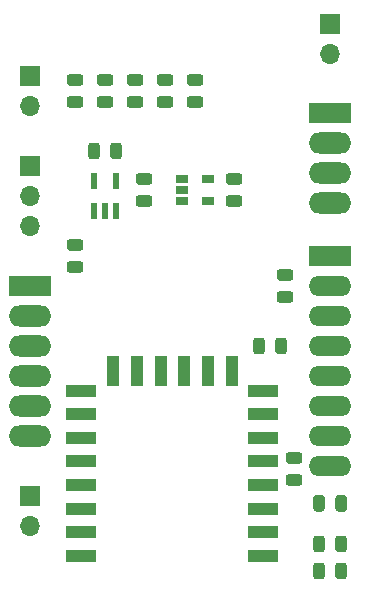
<source format=gbr>
%TF.GenerationSoftware,KiCad,Pcbnew,5.1.7-a382d34a8~88~ubuntu20.04.1*%
%TF.CreationDate,2021-02-19T15:22:11-08:00*%
%TF.ProjectId,esp8266-wiz550io,65737038-3236-4362-9d77-697a35353069,Feb2021*%
%TF.SameCoordinates,Original*%
%TF.FileFunction,Soldermask,Top*%
%TF.FilePolarity,Negative*%
%FSLAX46Y46*%
G04 Gerber Fmt 4.6, Leading zero omitted, Abs format (unit mm)*
G04 Created by KiCad (PCBNEW 5.1.7-a382d34a8~88~ubuntu20.04.1) date 2021-02-19 15:22:11*
%MOMM*%
%LPD*%
G01*
G04 APERTURE LIST*
%ADD10O,1.700000X1.700000*%
%ADD11R,1.700000X1.700000*%
%ADD12R,1.060000X0.650000*%
%ADD13R,0.558800X1.320800*%
%ADD14R,1.100000X2.500000*%
%ADD15R,2.500000X1.100000*%
%ADD16O,3.600000X1.800000*%
%ADD17R,3.600000X1.800000*%
%ADD18O,3.600000X1.700000*%
%ADD19R,3.600000X1.700000*%
G04 APERTURE END LIST*
D10*
%TO.C,J7*%
X76200000Y-31175000D03*
D11*
X76200000Y-28635000D03*
%TD*%
%TO.C,C7*%
G36*
G01*
X57600000Y-39826250D02*
X57600000Y-38913750D01*
G75*
G02*
X57843750Y-38670000I243750J0D01*
G01*
X58331250Y-38670000D01*
G75*
G02*
X58575000Y-38913750I0J-243750D01*
G01*
X58575000Y-39826250D01*
G75*
G02*
X58331250Y-40070000I-243750J0D01*
G01*
X57843750Y-40070000D01*
G75*
G02*
X57600000Y-39826250I0J243750D01*
G01*
G37*
G36*
G01*
X55725000Y-39826250D02*
X55725000Y-38913750D01*
G75*
G02*
X55968750Y-38670000I243750J0D01*
G01*
X56456250Y-38670000D01*
G75*
G02*
X56700000Y-38913750I0J-243750D01*
G01*
X56700000Y-39826250D01*
G75*
G02*
X56456250Y-40070000I-243750J0D01*
G01*
X55968750Y-40070000D01*
G75*
G02*
X55725000Y-39826250I0J243750D01*
G01*
G37*
%TD*%
%TO.C,C4*%
G36*
G01*
X67615750Y-43122000D02*
X68528250Y-43122000D01*
G75*
G02*
X68772000Y-43365750I0J-243750D01*
G01*
X68772000Y-43853250D01*
G75*
G02*
X68528250Y-44097000I-243750J0D01*
G01*
X67615750Y-44097000D01*
G75*
G02*
X67372000Y-43853250I0J243750D01*
G01*
X67372000Y-43365750D01*
G75*
G02*
X67615750Y-43122000I243750J0D01*
G01*
G37*
G36*
G01*
X67615750Y-41247000D02*
X68528250Y-41247000D01*
G75*
G02*
X68772000Y-41490750I0J-243750D01*
G01*
X68772000Y-41978250D01*
G75*
G02*
X68528250Y-42222000I-243750J0D01*
G01*
X67615750Y-42222000D01*
G75*
G02*
X67372000Y-41978250I0J243750D01*
G01*
X67372000Y-41490750D01*
G75*
G02*
X67615750Y-41247000I243750J0D01*
G01*
G37*
%TD*%
%TO.C,C3*%
G36*
G01*
X59995750Y-43122000D02*
X60908250Y-43122000D01*
G75*
G02*
X61152000Y-43365750I0J-243750D01*
G01*
X61152000Y-43853250D01*
G75*
G02*
X60908250Y-44097000I-243750J0D01*
G01*
X59995750Y-44097000D01*
G75*
G02*
X59752000Y-43853250I0J243750D01*
G01*
X59752000Y-43365750D01*
G75*
G02*
X59995750Y-43122000I243750J0D01*
G01*
G37*
G36*
G01*
X59995750Y-41247000D02*
X60908250Y-41247000D01*
G75*
G02*
X61152000Y-41490750I0J-243750D01*
G01*
X61152000Y-41978250D01*
G75*
G02*
X60908250Y-42222000I-243750J0D01*
G01*
X59995750Y-42222000D01*
G75*
G02*
X59752000Y-41978250I0J243750D01*
G01*
X59752000Y-41490750D01*
G75*
G02*
X59995750Y-41247000I243750J0D01*
G01*
G37*
%TD*%
%TO.C,C6*%
G36*
G01*
X75750000Y-68758750D02*
X75750000Y-69671250D01*
G75*
G02*
X75506250Y-69915000I-243750J0D01*
G01*
X75018750Y-69915000D01*
G75*
G02*
X74775000Y-69671250I0J243750D01*
G01*
X74775000Y-68758750D01*
G75*
G02*
X75018750Y-68515000I243750J0D01*
G01*
X75506250Y-68515000D01*
G75*
G02*
X75750000Y-68758750I0J-243750D01*
G01*
G37*
G36*
G01*
X77625000Y-68758750D02*
X77625000Y-69671250D01*
G75*
G02*
X77381250Y-69915000I-243750J0D01*
G01*
X76893750Y-69915000D01*
G75*
G02*
X76650000Y-69671250I0J243750D01*
G01*
X76650000Y-68758750D01*
G75*
G02*
X76893750Y-68515000I243750J0D01*
G01*
X77381250Y-68515000D01*
G75*
G02*
X77625000Y-68758750I0J-243750D01*
G01*
G37*
%TD*%
%TO.C,C5*%
G36*
G01*
X55066250Y-47810000D02*
X54153750Y-47810000D01*
G75*
G02*
X53910000Y-47566250I0J243750D01*
G01*
X53910000Y-47078750D01*
G75*
G02*
X54153750Y-46835000I243750J0D01*
G01*
X55066250Y-46835000D01*
G75*
G02*
X55310000Y-47078750I0J-243750D01*
G01*
X55310000Y-47566250D01*
G75*
G02*
X55066250Y-47810000I-243750J0D01*
G01*
G37*
G36*
G01*
X55066250Y-49685000D02*
X54153750Y-49685000D01*
G75*
G02*
X53910000Y-49441250I0J243750D01*
G01*
X53910000Y-48953750D01*
G75*
G02*
X54153750Y-48710000I243750J0D01*
G01*
X55066250Y-48710000D01*
G75*
G02*
X55310000Y-48953750I0J-243750D01*
G01*
X55310000Y-49441250D01*
G75*
G02*
X55066250Y-49685000I-243750J0D01*
G01*
G37*
%TD*%
D12*
%TO.C,U3*%
X65870000Y-41722000D03*
X65870000Y-43622000D03*
X63670000Y-43622000D03*
X63670000Y-42672000D03*
X63670000Y-41722000D03*
%TD*%
D13*
%TO.C,U2*%
X56210200Y-41910000D03*
X58089800Y-41910000D03*
X58089800Y-44450000D03*
X57150000Y-44450000D03*
X56210200Y-44450000D03*
%TD*%
D14*
%TO.C,U1*%
X57860000Y-57960000D03*
X59860000Y-57960000D03*
X61860000Y-57960000D03*
X63860000Y-57960000D03*
X65860000Y-57960000D03*
X67860000Y-57960000D03*
D15*
X55150000Y-73660000D03*
X55150000Y-71660000D03*
X55150000Y-69660000D03*
X55150000Y-67660000D03*
X55150000Y-65660000D03*
X55150000Y-63660000D03*
X55150000Y-61660000D03*
X55150000Y-59660000D03*
X70550000Y-59660000D03*
X70550000Y-61660000D03*
X70550000Y-63660000D03*
X70550000Y-65660000D03*
X70550000Y-67660000D03*
X70550000Y-69660000D03*
X70550000Y-71660000D03*
X70550000Y-73660000D03*
%TD*%
%TO.C,R6*%
G36*
G01*
X72846250Y-50350000D02*
X71933750Y-50350000D01*
G75*
G02*
X71690000Y-50106250I0J243750D01*
G01*
X71690000Y-49618750D01*
G75*
G02*
X71933750Y-49375000I243750J0D01*
G01*
X72846250Y-49375000D01*
G75*
G02*
X73090000Y-49618750I0J-243750D01*
G01*
X73090000Y-50106250D01*
G75*
G02*
X72846250Y-50350000I-243750J0D01*
G01*
G37*
G36*
G01*
X72846250Y-52225000D02*
X71933750Y-52225000D01*
G75*
G02*
X71690000Y-51981250I0J243750D01*
G01*
X71690000Y-51493750D01*
G75*
G02*
X71933750Y-51250000I243750J0D01*
G01*
X72846250Y-51250000D01*
G75*
G02*
X73090000Y-51493750I0J-243750D01*
G01*
X73090000Y-51981250D01*
G75*
G02*
X72846250Y-52225000I-243750J0D01*
G01*
G37*
%TD*%
%TO.C,R5*%
G36*
G01*
X61773750Y-34740000D02*
X62686250Y-34740000D01*
G75*
G02*
X62930000Y-34983750I0J-243750D01*
G01*
X62930000Y-35471250D01*
G75*
G02*
X62686250Y-35715000I-243750J0D01*
G01*
X61773750Y-35715000D01*
G75*
G02*
X61530000Y-35471250I0J243750D01*
G01*
X61530000Y-34983750D01*
G75*
G02*
X61773750Y-34740000I243750J0D01*
G01*
G37*
G36*
G01*
X61773750Y-32865000D02*
X62686250Y-32865000D01*
G75*
G02*
X62930000Y-33108750I0J-243750D01*
G01*
X62930000Y-33596250D01*
G75*
G02*
X62686250Y-33840000I-243750J0D01*
G01*
X61773750Y-33840000D01*
G75*
G02*
X61530000Y-33596250I0J243750D01*
G01*
X61530000Y-33108750D01*
G75*
G02*
X61773750Y-32865000I243750J0D01*
G01*
G37*
%TD*%
%TO.C,R4*%
G36*
G01*
X56693750Y-34740000D02*
X57606250Y-34740000D01*
G75*
G02*
X57850000Y-34983750I0J-243750D01*
G01*
X57850000Y-35471250D01*
G75*
G02*
X57606250Y-35715000I-243750J0D01*
G01*
X56693750Y-35715000D01*
G75*
G02*
X56450000Y-35471250I0J243750D01*
G01*
X56450000Y-34983750D01*
G75*
G02*
X56693750Y-34740000I243750J0D01*
G01*
G37*
G36*
G01*
X56693750Y-32865000D02*
X57606250Y-32865000D01*
G75*
G02*
X57850000Y-33108750I0J-243750D01*
G01*
X57850000Y-33596250D01*
G75*
G02*
X57606250Y-33840000I-243750J0D01*
G01*
X56693750Y-33840000D01*
G75*
G02*
X56450000Y-33596250I0J243750D01*
G01*
X56450000Y-33108750D01*
G75*
G02*
X56693750Y-32865000I243750J0D01*
G01*
G37*
%TD*%
%TO.C,R3*%
G36*
G01*
X75750000Y-74473750D02*
X75750000Y-75386250D01*
G75*
G02*
X75506250Y-75630000I-243750J0D01*
G01*
X75018750Y-75630000D01*
G75*
G02*
X74775000Y-75386250I0J243750D01*
G01*
X74775000Y-74473750D01*
G75*
G02*
X75018750Y-74230000I243750J0D01*
G01*
X75506250Y-74230000D01*
G75*
G02*
X75750000Y-74473750I0J-243750D01*
G01*
G37*
G36*
G01*
X77625000Y-74473750D02*
X77625000Y-75386250D01*
G75*
G02*
X77381250Y-75630000I-243750J0D01*
G01*
X76893750Y-75630000D01*
G75*
G02*
X76650000Y-75386250I0J243750D01*
G01*
X76650000Y-74473750D01*
G75*
G02*
X76893750Y-74230000I243750J0D01*
G01*
X77381250Y-74230000D01*
G75*
G02*
X77625000Y-74473750I0J-243750D01*
G01*
G37*
%TD*%
%TO.C,R2*%
G36*
G01*
X75750000Y-72187750D02*
X75750000Y-73100250D01*
G75*
G02*
X75506250Y-73344000I-243750J0D01*
G01*
X75018750Y-73344000D01*
G75*
G02*
X74775000Y-73100250I0J243750D01*
G01*
X74775000Y-72187750D01*
G75*
G02*
X75018750Y-71944000I243750J0D01*
G01*
X75506250Y-71944000D01*
G75*
G02*
X75750000Y-72187750I0J-243750D01*
G01*
G37*
G36*
G01*
X77625000Y-72187750D02*
X77625000Y-73100250D01*
G75*
G02*
X77381250Y-73344000I-243750J0D01*
G01*
X76893750Y-73344000D01*
G75*
G02*
X76650000Y-73100250I0J243750D01*
G01*
X76650000Y-72187750D01*
G75*
G02*
X76893750Y-71944000I243750J0D01*
G01*
X77381250Y-71944000D01*
G75*
G02*
X77625000Y-72187750I0J-243750D01*
G01*
G37*
%TD*%
%TO.C,R1*%
G36*
G01*
X55066250Y-33840000D02*
X54153750Y-33840000D01*
G75*
G02*
X53910000Y-33596250I0J243750D01*
G01*
X53910000Y-33108750D01*
G75*
G02*
X54153750Y-32865000I243750J0D01*
G01*
X55066250Y-32865000D01*
G75*
G02*
X55310000Y-33108750I0J-243750D01*
G01*
X55310000Y-33596250D01*
G75*
G02*
X55066250Y-33840000I-243750J0D01*
G01*
G37*
G36*
G01*
X55066250Y-35715000D02*
X54153750Y-35715000D01*
G75*
G02*
X53910000Y-35471250I0J243750D01*
G01*
X53910000Y-34983750D01*
G75*
G02*
X54153750Y-34740000I243750J0D01*
G01*
X55066250Y-34740000D01*
G75*
G02*
X55310000Y-34983750I0J-243750D01*
G01*
X55310000Y-35471250D01*
G75*
G02*
X55066250Y-35715000I-243750J0D01*
G01*
G37*
%TD*%
D10*
%TO.C,J6*%
X50800000Y-45720000D03*
X50800000Y-43180000D03*
D11*
X50800000Y-40640000D03*
%TD*%
D10*
%TO.C,J5*%
X50800000Y-71120000D03*
D11*
X50800000Y-68580000D03*
%TD*%
D16*
%TO.C,J4*%
X50800000Y-63500000D03*
X50800000Y-60960000D03*
X50800000Y-58420000D03*
X50800000Y-55880000D03*
X50800000Y-53340000D03*
D17*
X50800000Y-50800000D03*
%TD*%
D18*
%TO.C,J3*%
X76200000Y-66040000D03*
X76200000Y-63500000D03*
X76200000Y-60960000D03*
X76200000Y-58420000D03*
X76200000Y-55880000D03*
X76200000Y-53340000D03*
X76200000Y-50800000D03*
D19*
X76200000Y-48260000D03*
%TD*%
D16*
%TO.C,J2*%
X76200000Y-43815000D03*
X76200000Y-41275000D03*
X76200000Y-38735000D03*
D17*
X76200000Y-36195000D03*
%TD*%
D10*
%TO.C,J1*%
X50800000Y-35560000D03*
D11*
X50800000Y-33020000D03*
%TD*%
%TO.C,D2*%
G36*
G01*
X64313750Y-34740000D02*
X65226250Y-34740000D01*
G75*
G02*
X65470000Y-34983750I0J-243750D01*
G01*
X65470000Y-35471250D01*
G75*
G02*
X65226250Y-35715000I-243750J0D01*
G01*
X64313750Y-35715000D01*
G75*
G02*
X64070000Y-35471250I0J243750D01*
G01*
X64070000Y-34983750D01*
G75*
G02*
X64313750Y-34740000I243750J0D01*
G01*
G37*
G36*
G01*
X64313750Y-32865000D02*
X65226250Y-32865000D01*
G75*
G02*
X65470000Y-33108750I0J-243750D01*
G01*
X65470000Y-33596250D01*
G75*
G02*
X65226250Y-33840000I-243750J0D01*
G01*
X64313750Y-33840000D01*
G75*
G02*
X64070000Y-33596250I0J243750D01*
G01*
X64070000Y-33108750D01*
G75*
G02*
X64313750Y-32865000I243750J0D01*
G01*
G37*
%TD*%
%TO.C,D1*%
G36*
G01*
X59233750Y-34740000D02*
X60146250Y-34740000D01*
G75*
G02*
X60390000Y-34983750I0J-243750D01*
G01*
X60390000Y-35471250D01*
G75*
G02*
X60146250Y-35715000I-243750J0D01*
G01*
X59233750Y-35715000D01*
G75*
G02*
X58990000Y-35471250I0J243750D01*
G01*
X58990000Y-34983750D01*
G75*
G02*
X59233750Y-34740000I243750J0D01*
G01*
G37*
G36*
G01*
X59233750Y-32865000D02*
X60146250Y-32865000D01*
G75*
G02*
X60390000Y-33108750I0J-243750D01*
G01*
X60390000Y-33596250D01*
G75*
G02*
X60146250Y-33840000I-243750J0D01*
G01*
X59233750Y-33840000D01*
G75*
G02*
X58990000Y-33596250I0J243750D01*
G01*
X58990000Y-33108750D01*
G75*
G02*
X59233750Y-32865000I243750J0D01*
G01*
G37*
%TD*%
%TO.C,C2*%
G36*
G01*
X72695750Y-66744000D02*
X73608250Y-66744000D01*
G75*
G02*
X73852000Y-66987750I0J-243750D01*
G01*
X73852000Y-67475250D01*
G75*
G02*
X73608250Y-67719000I-243750J0D01*
G01*
X72695750Y-67719000D01*
G75*
G02*
X72452000Y-67475250I0J243750D01*
G01*
X72452000Y-66987750D01*
G75*
G02*
X72695750Y-66744000I243750J0D01*
G01*
G37*
G36*
G01*
X72695750Y-64869000D02*
X73608250Y-64869000D01*
G75*
G02*
X73852000Y-65112750I0J-243750D01*
G01*
X73852000Y-65600250D01*
G75*
G02*
X73608250Y-65844000I-243750J0D01*
G01*
X72695750Y-65844000D01*
G75*
G02*
X72452000Y-65600250I0J243750D01*
G01*
X72452000Y-65112750D01*
G75*
G02*
X72695750Y-64869000I243750J0D01*
G01*
G37*
%TD*%
%TO.C,C1*%
G36*
G01*
X71570000Y-56336250D02*
X71570000Y-55423750D01*
G75*
G02*
X71813750Y-55180000I243750J0D01*
G01*
X72301250Y-55180000D01*
G75*
G02*
X72545000Y-55423750I0J-243750D01*
G01*
X72545000Y-56336250D01*
G75*
G02*
X72301250Y-56580000I-243750J0D01*
G01*
X71813750Y-56580000D01*
G75*
G02*
X71570000Y-56336250I0J243750D01*
G01*
G37*
G36*
G01*
X69695000Y-56336250D02*
X69695000Y-55423750D01*
G75*
G02*
X69938750Y-55180000I243750J0D01*
G01*
X70426250Y-55180000D01*
G75*
G02*
X70670000Y-55423750I0J-243750D01*
G01*
X70670000Y-56336250D01*
G75*
G02*
X70426250Y-56580000I-243750J0D01*
G01*
X69938750Y-56580000D01*
G75*
G02*
X69695000Y-56336250I0J243750D01*
G01*
G37*
%TD*%
M02*

</source>
